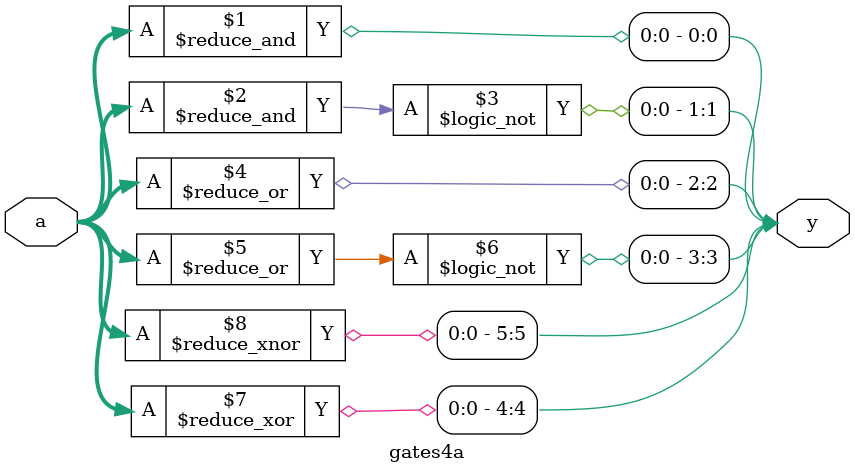
<source format=v>
`timescale 1ns / 1ps


module gates4a(
    input [3:0] a,
    output [5:0] y
    );
    assign y[0] = &a;
    assign y[1] = ~&a;
    assign y[2] = |a;
    assign y[3] = ~|a;
    assign y[4] = ^a;
    assign y[5] = ~^a;
endmodule

</source>
